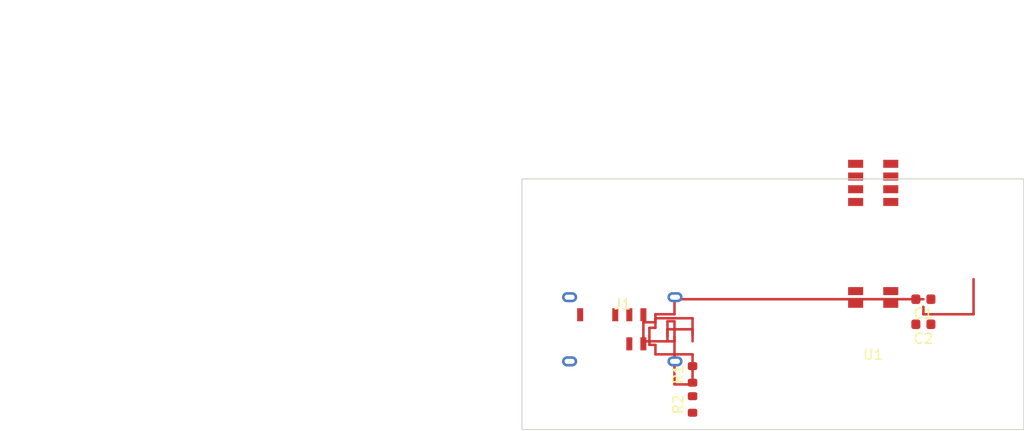
<source format=kicad_pcb>
(kicad_pcb (version 20240108) (generator "pcbnew") (generator_version "8.0")
  (layers (0 "F.Cu" signal) (31 "B.Cu" signal) (34 "B.Paste" user) (35 "F.Paste" user) (36 "B.SilkS" user "B.Silkscreen") (37 "F.SilkS" user "F.Silkscreen") (38 "B.Mask" user) (39 "F.Mask" user) (44 "Edge.Cuts" user))
  (net 0 "")
  (net 1 "GND")
  (net 2 "VBUS")
  (net 3 "CC1")
  (net 4 "CC2")
  (net 5 "D+")
  (net 6 "D-")
  (net 7 "3V3")
  (footprint "Seeed_XIAO_ESP32-S3:Seeed_XIAO_ESP32-S3" (layer "F.Cu") (at 35 15 180)
    (fp_text reference "U1" (at 0 -2.54 180) (layer "F.SilkS"))
    (fp_text value "XIAO_ESP32-S3")
    (pad "1" smd rect (at -1.75 16.51 180) (size 1.5 0.8) (layers "F.Cu" "F.Paste" "F.Mask") (net 7 "3V3"))
    (pad "2" smd rect (at -1.75 15.24 180) (size 1.5 0.8) (layers "F.Cu" "F.Paste" "F.Mask") (net 5 "D+"))
    (pad "3" smd rect (at -1.75 13.97 180) (size 1.5 0.8) (layers "F.Cu" "F.Paste" "F.Mask") (net 6 "D-"))
    (pad "4" smd rect (at -1.75 12.7 180) (size 1.5 0.8) (layers "F.Cu" "F.Paste" "F.Mask") (net 1 "GND"))
    (pad "5" smd rect (at -1.75 3.81 180) (size 1.5 0.8) (layers "F.Cu" "F.Paste" "F.Mask") (net 1 "GND"))
    (pad "6" smd rect (at -1.75 2.54 180) (size 1.5 0.8) (layers "F.Cu" "F.Paste" "F.Mask") (net 2 "VBUS"))
    (pad "7" smd rect (at 1.75 2.54 180) (size 1.5 0.8) (layers "F.Cu" "F.Paste" "F.Mask") (net 1 "GND"))
    (pad "8" smd rect (at 1.75 3.81 180) (size 1.5 0.8) (layers "F.Cu" "F.Paste" "F.Mask") (net 1 "GND"))
    (pad "9" smd rect (at 1.75 12.7 180) (size 1.5 0.8) (layers "F.Cu" "F.Paste" "F.Mask") (net 1 "GND"))
    (pad "10" smd rect (at 1.75 13.97 180) (size 1.5 0.8) (layers "F.Cu" "F.Paste" "F.Mask") (net 6 "D-"))
    (pad "11" smd rect (at 1.75 15.24 180) (size 1.5 0.8) (layers "F.Cu" "F.Paste" "F.Mask") (net 5 "D+"))
    (pad "12" smd rect (at 1.75 16.51 180) (size 1.5 0.8) (layers "F.Cu" "F.Paste" "F.Mask") (net 7 "3V3"))
  )
  (footprint "Connector_USB:USB_C_Receptacle_HRO_TYPE-C-31-M-12" (layer "F.Cu") (at 10 15 0)
    (fp_text reference "J1" (at 0 -2.5) (layer "F.SilkS"))
    (fp_text value "USB_C")
    (pad "A1" smd rect (at -4.2 -1.45) (size 0.6 1.3) (layers "F.Cu" "F.Paste" "F.Mask") (net 1 "GND"))
    (pad "A4" smd rect (at -0.7 -1.45) (size 0.6 1.3) (layers "F.Cu" "F.Paste" "F.Mask") (net 2 "VBUS"))
    (pad "A6" smd rect (at 0.7 -1.45) (size 0.6 1.3) (layers "F.Cu" "F.Paste" "F.Mask") (net 3 "CC1"))
    (pad "A7" smd rect (at 2.1 -1.45) (size 0.6 1.3) (layers "F.Cu" "F.Paste" "F.Mask") (net 5 "D+"))
    (pad "B6" smd rect (at 0.7 1.45) (size 0.6 1.3) (layers "F.Cu" "F.Paste" "F.Mask") (net 4 "CC2"))
    (pad "B7" smd rect (at 2.1 1.45) (size 0.6 1.3) (layers "F.Cu" "F.Paste" "F.Mask") (net 6 "D-"))
    (pad "S1" thru_hole oval (at -5.25 -3.2) (size 1.5 1) (drill oval 1 0.5) (layers "*.Cu" "*.Mask"))
    (pad "S2" thru_hole oval (at 5.25 -3.2) (size 1.5 1) (drill oval 1 0.5) (layers "*.Cu" "*.Mask"))
    (pad "S3" thru_hole oval (at -5.25 3.2) (size 1.5 1) (drill oval 1 0.5) (layers "*.Cu" "*.Mask"))
    (pad "S4" thru_hole oval (at 5.25 3.2) (size 1.5 1) (drill oval 1 0.5) (layers "*.Cu" "*.Mask"))
  )
  (footprint "Resistor_SMD:R_0603_1608Metric" (layer "F.Cu") (at 17 19.5 90)
    (fp_text reference "R1" (at 0 -1.43 90) (layer "F.SilkS"))
    (fp_text value "5.1 kΩ")
    (pad "1" smd roundrect (at -0.825 0 90) (size 0.8 0.95) (layers "F.Cu" "F.Paste" "F.Mask") (net 3 "CC1"))
    (pad "2" smd roundrect (at 0.825 0 90) (size 0.8 0.95) (layers "F.Cu" "F.Paste" "F.Mask") (net 1 "GND"))
  )
  (footprint "Resistor_SMD:R_0603_1608Metric" (layer "F.Cu") (at 17 22.5 90)
    (fp_text reference "R2" (at 0 -1.43 90) (layer "F.SilkS"))
    (fp_text value "5.1 kΩ")
    (pad "1" smd roundrect (at -0.825 0 90) (size 0.8 0.95) (layers "F.Cu" "F.Paste" "F.Mask") (net 4 "CC2"))
    (pad "2" smd roundrect (at 0.825 0 90) (size 0.8 0.95) (layers "F.Cu" "F.Paste" "F.Mask") (net 1 "GND"))
  )
  (footprint "Capacitor_SMD:C_0603_1608Metric" (layer "F.Cu") (at 40 12 180)
    (fp_text reference "C1" (at 0 -1.43 180) (layer "F.SilkS"))
    (fp_text value "100 nF")
    (pad "1" smd roundrect (at -0.75 0 180) (size 0.9 0.95) (layers "F.Cu" "F.Paste" "F.Mask") (net 7 "3V3"))
    (pad "2" smd roundrect (at 0.75 0 180) (size 0.9 0.95) (layers "F.Cu" "F.Paste" "F.Mask") (net 1 "GND"))
  )
  (footprint "Capacitor_SMD:C_0603_1608Metric" (layer "F.Cu") (at 40 14.5 180)
    (fp_text reference "C2" (at 0 -1.43 180) (layer "F.SilkS"))
    (fp_text value "100 nF")
    (pad "1" smd roundrect (at -0.75 0 180) (size 0.9 0.95) (layers "F.Cu" "F.Paste" "F.Mask") (net 2 "VBUS"))
    (pad "2" smd roundrect (at 0.75 0 180) (size 0.9 0.95) (layers "F.Cu" "F.Paste" "F.Mask") (net 1 "GND"))
  )
  (gr_rect (start 0 0) (end 50 25) (stroke (width 0.1)) (fill none) (layer "Edge.Cuts"))
  (segment (start 15.2 15) (end 17 15) (width 0.25) (layer "F.Cu") (net 1))
  (segment (start 17 15) (end 17 16.2) (width 0.25) (layer "F.Cu") (net 1))
  (segment (start 17 19.2) (end 17 20.5) (width 0.25) (layer "F.Cu") (net 1))
  (segment (start 17 20.5) (end 15.2 20.5) (width 0.25) (layer "F.Cu") (net 1))
  (segment (start 15.2 20.5) (end 15.2 15) (width 0.25) (layer "F.Cu") (net 1))
  (segment (start 12.1 15.7) (end 12.1 16.2) (width 0.25) (layer "F.Cu") (net 2))
  (segment (start 12.1 16.2) (end 15.2 16.2) (width 0.25) (layer "F.Cu") (net 2))
  (segment (start 15.2 16.2) (end 15.2 15.7) (width 0.25) (layer "F.Cu") (net 2))
  (segment (start 12.1 15.7) (end 12.1 15) (width 0.25) (layer "F.Cu") (net 2))
  (segment (start 12.1 15) (end 12.1 14.3) (width 0.25) (layer "F.Cu") (net 2))
  (segment (start 12.1 14.3) (end 13.3 14.3) (width 0.25) (layer "F.Cu") (net 2))
  (segment (start 13.3 14.3) (end 13.3 13.5) (width 0.25) (layer "F.Cu") (net 2))
  (segment (start 13.3 13.5) (end 15.2 13.5) (width 0.25) (layer "F.Cu") (net 2))
  (segment (start 15.2 13.5) (end 15.2 12) (width 0.25) (layer "F.Cu") (net 2))
  (segment (start 15.2 12) (end 40 12) (width 0.25) (layer "F.Cu") (net 2))
  (segment (start 12.7 15.7) (end 12.7 16.55) (width 0.25) (layer "F.Cu") (net 3))
  (segment (start 12.7 16.55) (end 13.3 16.55) (width 0.25) (layer "F.Cu") (net 3))
  (segment (start 13.3 16.55) (end 13.3 17.5) (width 0.25) (layer "F.Cu") (net 3))
  (segment (start 13.3 17.5) (end 17 17.5) (width 0.25) (layer "F.Cu") (net 3))
  (segment (start 17 17.5) (end 17 19.2) (width 0.25) (layer "F.Cu") (net 3))
  (segment (start 12.7 15.7) (end 12.7 14.85) (width 0.25) (layer "F.Cu") (net 4))
  (segment (start 12.7 14.85) (end 13.3 14.85) (width 0.25) (layer "F.Cu") (net 4))
  (segment (start 13.3 14.85) (end 13.3 13.9) (width 0.25) (layer "F.Cu") (net 4))
  (segment (start 13.3 13.9) (end 17 13.9) (width 0.25) (layer "F.Cu") (net 4))
  (segment (start 17 13.9) (end 17 15.6) (width 0.25) (layer "F.Cu") (net 4))
  (segment (start 14.5 15.7) (end 14.5 16.2) (width 0.25) (layer "F.Cu") (net 5))
  (segment (start 14.5 16.2) (end 15.2 16.2) (width 0.25) (layer "F.Cu") (net 5))
  (segment (start 14.5 15.7) (end 14.5 15) (width 0.25) (layer "F.Cu") (net 5))
  (segment (start 14.5 15) (end 15.2 15) (width 0.25) (layer "F.Cu") (net 5))
  (segment (start 14.5 15.7) (end 14.5 14.2) (width 0.25) (layer "F.Cu") (net 6))
  (segment (start 14.5 14.2) (end 15.2 14.2) (width 0.25) (layer "F.Cu") (net 6))
  (segment (start 15.2 14.2) (end 15.2 15) (width 0.25) (layer "F.Cu") (net 6))
  (segment (start 40 12.75) (end 40 13.5) (width 0.25) (layer "F.Cu") (net 7))
  (segment (start 40 13.5) (end 45 13.5) (width 0.25) (layer "F.Cu") (net 7))
  (segment (start 45 13.5) (end 45 10) (width 0.25) (layer "F.Cu") (net 7))
)
</source>
